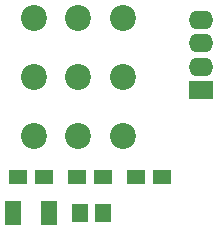
<source format=gts>
G04 #@! TF.FileFunction,Soldermask,Top*
%FSLAX46Y46*%
G04 Gerber Fmt 4.6, Leading zero omitted, Abs format (unit mm)*
G04 Created by KiCad (PCBNEW 4.0.4-1.fc24-product) date Mon Jun  4 16:01:59 2018*
%MOMM*%
%LPD*%
G01*
G04 APERTURE LIST*
%ADD10C,0.100000*%
%ADD11C,2.200000*%
%ADD12R,1.600000X1.300000*%
%ADD13R,2.100000X1.600000*%
%ADD14O,2.100000X1.600000*%
%ADD15R,1.400000X1.650000*%
%ADD16R,1.400000X2.000000*%
G04 APERTURE END LIST*
D10*
D11*
X139750000Y-84500000D03*
X136000000Y-84500000D03*
X132250000Y-84500000D03*
X139750000Y-89500000D03*
X136000000Y-89500000D03*
X132250000Y-89500000D03*
X132250000Y-94500000D03*
X136000000Y-94500000D03*
X139750000Y-94500000D03*
D12*
X133100000Y-98000000D03*
X130900000Y-98000000D03*
X135900000Y-98000000D03*
X138100000Y-98000000D03*
X140900000Y-98000000D03*
X143100000Y-98000000D03*
D13*
X146400000Y-90650000D03*
D14*
X146400000Y-88650000D03*
X146400000Y-86650000D03*
X146400000Y-84650000D03*
D15*
X138100000Y-101000000D03*
X136100000Y-101000000D03*
D16*
X130500000Y-101000000D03*
X133500000Y-101000000D03*
M02*

</source>
